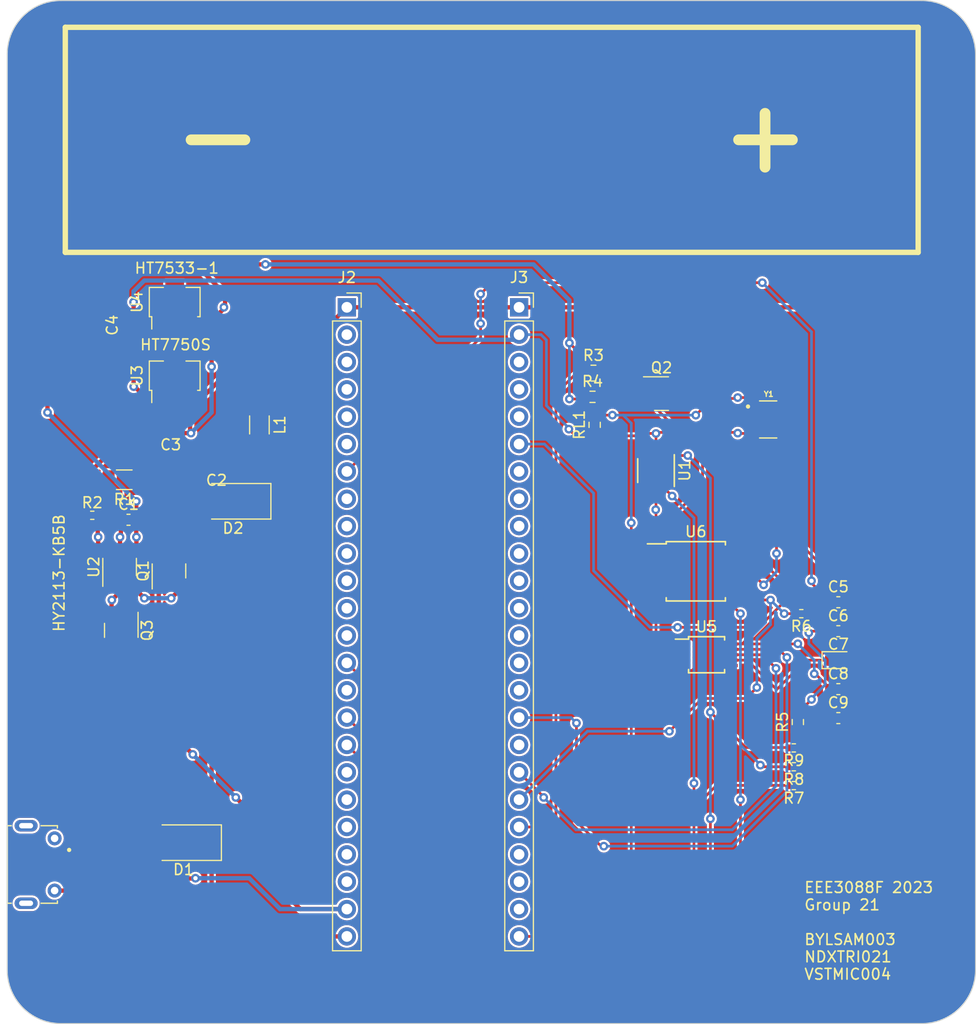
<source format=kicad_pcb>
(kicad_pcb (version 20221018) (generator pcbnew)
  (layers (0 "F.Cu" signal) (31 "B.Cu" signal) (34 "B.Paste" user) (35 "F.Paste" user) (36 "B.SilkS" user "B.Silkscreen") (37 "F.SilkS" user "F.Silkscreen") (38 "B.Mask" user) (39 "F.Mask" user) (44 "Edge.Cuts" user))
  (net 0 "")
  (net 1 "3V3 Switch")
  (net 2 "Vout - Light_Sensor")
  (net 3 "V5")
  (net 4 "VBatt-")
  (net 5 "Net-(U2-VDD)")
  (net 6 "Net-(D2-K)")
  (net 7 "Net-(U3-VOUT)")
  (net 8 "3V3")
  (net 9 "/NRST")
  (net 10 "Net-(C6-Pad1)")
  (net 11 "Net-(U5-VCC)")
  (net 12 "Net-(D1-A)")
  (net 16 "/PC13")
  (net 17 "/PC14")
  (net 18 "/PC15")
  (net 19 "/PF0")
  (net 20 "/PF1")
  (net 21 "/VSSA")
  (net 22 "/VDDA")
  (net 23 "/PA0")
  (net 24 "/PA1")
  (net 25 "/PA2")
  (net 26 "/PA3")
  (net 27 "SCL")
  (net 28 "/PA5")
  (net 29 "SDA")
  (net 30 "/PA7")
  (net 31 "/PB0")
  (net 32 "/PB1")
  (net 33 "/PB2")
  (net 34 "/PB10")
  (net 35 "/PB11")
  (net 36 "/PB9")
  (net 37 "/PB8")
  (net 38 "/BOOT0")
  (net 39 "/PB6")
  (net 40 "/PB5")
  (net 41 "/PB4")
  (net 42 "/PB3")
  (net 43 "/PA15")
  (net 44 "/PA14")
  (net 45 "/PF7")
  (net 46 "/PF6")
  (net 47 "/PA13")
  (net 48 "Rx")
  (net 49 "/PA11")
  (net 50 "Tx")
  (net 51 "/PA9")
  (net 52 "3V3 Logic")
  (net 53 "/PB15")
  (net 54 "Vcc(RHT sensor)")
  (net 55 "Vcc(Light sensor)")
  (net 56 "Net-(U3-LX)")
  (net 57 "Net-(Q1-D)")
  (net 58 "Net-(Q1-G)")
  (net 59 "Net-(Q2-G)")
  (net 60 "Net-(Q3-G)")
  (net 61 "Net-(U2-CS)")
  (net 66 "D+")
  (net 67 "D-")
  (footprint "Capacitor_SMD:C_0201_0603Metric" (layer "F.Cu") (at 115.2 90.2 180)
    (fp_text reference "C3")
    (fp_text value "10uF")
  )
  (footprint "Package_TO_SOT_SMD:SOT-23" (layer "F.Cu") (at 160.8125 86.5)
    (fp_text reference "Q2")
    (fp_text value "2N7002" hide)
  )
  (footprint "Package_TO_SOT_SMD:SOT-23-6" (layer "F.Cu") (at 110.45 102.6 90)
    (fp_text reference "U2")
    (fp_text value "HY2113-KB5B-SOT23-6")
  )
  (footprint "Capacitor_SMD:C_0201_0603Metric" (layer "F.Cu") (at 108.712 80.145 -90)
    (fp_text reference "C4")
    (fp_text value "10uF")
  )
  (footprint "Resistor_SMD:R_0402_1005Metric" (layer "F.Cu") (at 173.11 122.9 180)
    (fp_text reference "R7")
    (fp_text value "2K")
  )
  (footprint "Capacitor_SMD:C_0603_1608Metric" (layer "F.Cu") (at 177.2425 105.872)
    (fp_text reference "C5")
    (fp_text value "100nF")
  )
  (footprint "Resistor_SMD:R_1206_3216Metric" (layer "F.Cu") (at 110.883 94.5 180)
    (fp_text reference "R1")
    (fp_text value "100")
  )
  (footprint "Resistor_SMD:R_0603_1608Metric" (layer "F.Cu") (at 154.4 86.8)
    (fp_text reference "R4")
    (fp_text value "10k")
  )
  (footprint "Connector_PinSocket_2.54mm:PinSocket_1x24_P2.54mm_Vertical" (layer "F.Cu") (at 131.572 78.486)
    (fp_text reference "J2")
    (fp_text value "Conn_01x24_Socket")
  )
  (footprint "Library:SOT95P280X145-6N" (layer "F.Cu") (at 100 131 90)
    (fp_text reference "J1" hide)
    (fp_text value "USB_B_Micro")
  )
  (footprint "Capacitor_SMD:C_0603_1608Metric" (layer "F.Cu") (at 177.2425 116.632)
    (fp_text reference "C9")
    (fp_text value "100nF")
  )
  (footprint "Capacitor_SMD:C_0603_1608Metric" (layer "F.Cu") (at 177.2425 108.562)
    (fp_text reference "C6")
    (fp_text value "100nF")
  )
  (footprint "Resistor_SMD:R_0402_1005Metric" (layer "F.Cu") (at 173.11 119.4 180)
    (fp_text reference "R9")
    (fp_text value "2K")
  )
  (footprint "Resistor_SMD:R_0402_1005Metric" (layer "F.Cu") (at 107.91 97.8)
    (fp_text reference "R2")
    (fp_text value "2K")
  )
  (footprint "Capacitor_SMD:C_0603_1608Metric" (layer "F.Cu") (at 111.2775 98.216)
    (fp_text reference "C1")
    (fp_text value "100nF")
  )
  (footprint "Diode_SMD:D_SMA" (layer "F.Cu") (at 121 96.5 180)
    (fp_text reference "D2")
    (fp_text value "D_Schottky")
  )
  (footprint "Connector_PinSocket_2.54mm:PinSocket_1x24_P2.54mm_Vertical" (layer "F.Cu") (at 147.574 78.486)
    (fp_text reference "J3")
    (fp_text value "Conn_01x24_Socket")
  )
  (footprint "Library:BAT_BH-18650-W" (layer "F.Cu") (at 145.034 62.484)
    (fp_text reference "BT1" hide)
    (fp_text value "Battery_Cell" hide)
  )
  (footprint "Package_TO_SOT_SMD:SOT-89-3" (layer "F.Cu") (at 115.57 84.836 90)
    (fp_text reference "U3")
    (fp_text value "HT7550S-SOT89-3")
  )
  (footprint "Diode_SMD:D_SMA" (layer "F.Cu") (at 116.4 128.2 180)
    (fp_text reference "D1")
    (fp_text value "D_Schottky")
  )
  (footprint "Package_TO_SOT_SMD:SOT-23" (layer "F.Cu") (at 110.606 108.4855 -90)
    (fp_text reference "Q3")
    (fp_text value "2N7002" hide)
  )
  (footprint "Package_TO_SOT_SMD:SOT-23" (layer "F.Cu") (at 115.038 102.9635 90)
    (fp_text reference "Q1")
    (fp_text value "2N7002")
  )
  (footprint "Package_SO:SOIC-8W_5.3x5.3mm_P1.27mm" (layer "F.Cu") (at 164 103)
    (fp_text reference "U6")
    (fp_text value "CAT24C256")
  )
  (footprint "Package_TO_SOT_SMD:SOT-89-3" (layer "F.Cu") (at 115.57 78 90)
    (fp_text reference "U4")
    (fp_text value "HT7533-1-SOT89")
  )
  (footprint "Resistor_SMD:R_0603_1608Metric" (layer "F.Cu") (at 154.6 89.4 90)
    (fp_text reference "RL1")
    (fp_text value "10k")
  )
  (footprint "Capacitor_Tantalum_SMD:CP_EIA-1608-08_AVX-J" (layer "F.Cu") (at 177.2425 111.252)
    (fp_text reference "C7")
    (fp_text value "1uF")
  )
  (footprint "Library:CAPCAV_CKCA43-8" (layer "F.Cu") (at 170.725 88.9)
    (fp_text reference "Y1")
    (fp_text value "ALS-PDIC15-21B/TR1")
  )
  (footprint "Resistor_SMD:R_0402_1005Metric" (layer "F.Cu") (at 173.802 106.934 180)
    (fp_text reference "R6")
    (fp_text value "2K")
  )
  (footprint "Resistor_SMD:R_0402_1005Metric" (layer "F.Cu") (at 173.11 121.15 180)
    (fp_text reference "R8")
    (fp_text value "2K")
  )
  (footprint "Package_SON:Texas_PWSON-N6" (layer "F.Cu") (at 160.3 93.65 -90)
    (fp_text reference "U1")
    (fp_text value "HDC1080")
  )
  (footprint "Inductor_SMD:L_1206_3216Metric" (layer "F.Cu") (at 123.444 89.408 -90)
    (fp_text reference "L1")
    (fp_text value "10uH")
  )
  (footprint "Capacitor_SMD:C_0603_1608Metric" (layer "F.Cu") (at 177.2425 113.942)
    (fp_text reference "C8")
    (fp_text value "100nF")
  )
  (footprint "Resistor_SMD:R_0805_2012Metric" (layer "F.Cu") (at 154.4875 84.6)
    (fp_text reference "R3")
    (fp_text value "330")
  )
  (footprint "Capacitor_SMD:C_0201_0603Metric" (layer "F.Cu") (at 119.455 93.5 180)
    (fp_text reference "C2")
    (fp_text value "10uF")
  )
  (footprint "Package_SO:MSOP-10_3x3mm_P0.5mm" (layer "F.Cu") (at 165 110.75)
    (fp_text reference "U5")
    (fp_text value "CH340E")
  )
  (footprint "Resistor_SMD:R_0603_1608Metric" (layer "F.Cu") (at 173.482 117 90)
    (fp_text reference "R5")
    (fp_text value "100K")
  )
  (gr_line (start 100 55) (end 100 140) (stroke (width 0.1)) (layer "Edge.Cuts"))
  (gr_line (start 190 55) (end 190 140) (stroke (width 0.1)) (layer "Edge.Cuts"))
  (gr_arc (start 100 55) (mid 101.464466 51.464466) (end 105 50) (stroke (width 0.1)) (layer "Edge.Cuts"))
  (gr_line (start 185 145) (end 105 145) (stroke (width 0.1)) (layer "Edge.Cuts"))
  (gr_arc (start 190 140) (mid 188.535534 143.535534) (end 185 145) (stroke (width 0.1)) (layer "Edge.Cuts"))
  (gr_line (start 105 50) (end 185 50) (stroke (width 0.1)) (layer "Edge.Cuts"))
  (gr_arc (start 185 50) (mid 188.535534 51.464466) (end 190 55) (stroke (width 0.1)) (layer "Edge.Cuts"))
  (gr_arc (start 105 145) (mid 101.464466 143.535534) (end 100 140) (stroke (width 0.1)) (layer "Edge.Cuts"))
  (gr_text "EEE3088F 2023\nGroup 21\n\nBYLSAM003\nNDXTRI021\nVSTMIC004" (at 174 141) (layer "F.SilkS") (effects (font (size 1 1)) (justify left bottom)))
  (gr_text "HT7533-1\n" (at 111.76 75.438) (layer "F.SilkS") (effects (font (size 1 1)) (justify left bottom)))
  (gr_text "HY2113-KB5B" (at 105.41 108.712 90) (layer "F.SilkS") (effects (font (size 1 1)) (justify left bottom)))
  (gr_text "HT7750S" (at 112.268 82.55) (layer "F.SilkS") (effects (font (size 1 1)) (justify left bottom)))
  (segment (start 106.8 131.525) (end 117.475 131.525) (width 0.4) (layer "F.Cu") (net 1))
  (segment (start 152.82 90.42) (end 158.98 90.42) (width 0.25) (layer "F.Cu") (net 1))
  (segment (start 160.3 99.45) (end 160.3 99.568) (width 0.25) (layer "F.Cu") (net 1))
  (segment (start 111.75 83.503) (end 108.712 80.465) (width 0.4) (layer "F.Cu") (net 1))
  (segment (start 111.75 79.25) (end 112.45 79.95) (width 0.4) (layer "F.Cu") (net 1))
  (segment (start 106 99.2) (end 107.4 97.8) (width 0.4) (layer "F.Cu") (net 1))
  (segment (start 114.335 91.535) (end 116.3 93.5) (width 0.4) (layer "F.Cu") (net 1))
  (segment (start 163.25 90.1) (end 162.6 90.1) (width 0.25) (layer "F.Cu") (net 1))
  (segment (start 160.4 90.1) (end 162.6 90.1) (width 0.25) (layer "F.Cu") (net 1))
  (segment (start 107.4 97.8) (end 107.4 94.1) (width 0.4) (layer "F.Cu") (net 1))
  (segment (start 158.98 90.42) (end 159.2 90.2) (width 0.25) (layer "F.Cu") (net 1))
  (segment (start 106 107) (end 106 99.2) (width 0.4) (layer "F.Cu") (net 1))
  (segment (start 171.5 98.25) (end 164.625 91.375) (width 0.25) (layer "F.Cu") (net 1))
  (segment (start 111.75 83.6) (end 111.75 85.75) (width 0.4) (layer "F.Cu") (net 1))
  (segment (start 160.3 109.246) (end 161.804 110.75) (width 0.25) (layer "F.Cu") (net 1))
  (segment (start 167.15 90.1) (end 167.824 90.1) (width 0.25) (layer "F.Cu") (net 1))
  (segment (start 166.25 87.7) (end 166.25 89.2) (width 0.25) (layer "F.Cu") (net 1))
  (segment (start 159.2 90.2) (end 160.3 90.2) (width 0.25) (layer "F.Cu") (net 1))
  (segment (start 160.3 101.6804) (end 160.3 109.246) (width 0.25) (layer "F.Cu") (net 1))
  (segment (start 163.35 90.1) (end 163.25 90.1) (width 0.25) (layer "F.Cu") (net 1))
  (segment (start 108.423 109.423) (end 106 107) (width 0.4) (layer "F.Cu") (net 1))
  (segment (start 111.852 85.852) (end 112.786 86.786) (width 0.4) (layer "F.Cu") (net 1))
  (segment (start 121.25 124) (end 126 128.75) (width 0.4) (layer "F.Cu") (net 1))
  (segment (start 167.65 102.365) (end 168.4057 102.365) (width 0.25) (layer "F.Cu") (net 1))
  (segment (start 105.675 132.65) (end 106.8 131.525) (width 0.4) (layer "F.Cu") (net 1))
  (segment (start 164.625 95.125) (end 160.3 99.45) (width 0.25) (layer "F.Cu") (net 1))
  (segment (start 110.583 109.446) (end 110.606 109.423) (width 0.25) (layer "F.Cu") (net 1))
  (segment (start 177.955 105.872) (end 177.955 116.632) (width 0.25) (layer "F.Cu") (net 1))
  (segment (start 162.6 90.1) (end 162.525 90.1) (width 0.25) (layer "F.Cu") (net 1))
  (segment (start 112.45 79.95) (end 114.07 79.95) (width 0.4) (layer "F.Cu") (net 1))
  (segment (start 177.955 104.705) (end 171.5 98.25) (width 0.25) (layer "F.Cu") (net 1))
  (segment (start 167.894 90.17) (end 167.964 90.1) (width 0.25) (layer "F.Cu") (net 1))
  (segment (start 164.625 91.375) (end 163.35 90.1) (width 0.25) (layer "F.Cu") (net 1))
  (segment (start 167.824 90.1) (end 167.894 90.17) (width 0.25) (layer "F.Cu") (net 1))
  (segment (start 167.894 90.17) (end 167.924 90.2) (width 0.25) (layer "F.Cu") (net 1))
  (segment (start 160.3 97.308) (end 160.3 99.568) (width 0.25) (layer "F.Cu") (net 1))
  (segment (start 111.75 80.5) (end 111.75 83.6) (width 0.4) (layer "F.Cu") (net 1))
  (segment (start 159.875 87.45) (end 162.525 90.1) (width 0.25) (layer "F.Cu") (net 1))
  (segment (start 160.3 97) (end 160.3 97.256) (width 0.25) (layer "F.Cu") (net 1))
  (segment (start 167 86.95) (end 166.25 87.7) (width 0.25) (layer "F.Cu") (net 1))
  (segment (start 110.606 109.423) (end 108.423 109.423) (width 0.4) (layer "F.Cu") (net 1))
  (segment (start 167.894 86.868) (end 169.168 86.868) (width 0.25) (layer "F.Cu") (net 1))
  (segment (start 111.75 78) (end 111.75 79.25) (width 0.4) (layer "F.Cu") (net 1))
  (segment (start 160.274 97.282) (end 160.3 97.308) (width 0.25) (layer "F.Cu") (net 1))
  (segment (start 161.804 110.75) (end 162.8 110.75) (width 0.25) (layer "F.Cu") (net 1))
  (segment (start 112.45 79.95) (end 112.3 79.95) (width 0.4) (layer "F.Cu") (net 1))
  (segment (start 168 86.95) (end 167.976 86.95) (width 0.25) (layer "F.Cu") (net 1))
  (segment (start 111.75 85.75) (end 111.76 85.76) (width 0.4) (layer "F.Cu") (net 1))
  (segment (start 126 133.116) (end 127.25 134.366) (width 0.4) (layer "F.Cu") (net 1))
  (segment (start 169.168 86.868) (end 169.95 87.65) (width 0.25) (layer "F.Cu") (net 1))
  (segment (start 110.606 109.423) (end 110.606 113.356) (width 0.4) (layer "F.Cu") (net 1))
  (segment (start 160.3 97.256) (end 160.274 97.282) (width 0.25) (layer "F.Cu") (net 1))
  (segment (start 167.924 90.2) (end 171.475 90.2) (width 0.25) (layer "F.Cu") (net 1))
  (segment (start 152.2 89.8) (end 152.82 90.42) (width 0.25) (layer "F.Cu") (net 1))
  (segment (start 127.25 134.366) (end 131.572 134.366) (width 0.4) (layer "F.Cu") (net 1))
  (segment (start 166.25 89.2) (end 167.15 90.1) (width 0.25) (layer "F.Cu") (net 1))
  (segment (start 160.3 97) (end 160.3 95.05) (width 0.25) (layer "F.Cu") (net 1))
  (segment (start 160.3 99.568) (end 160.3 101.6804) (width 0.25) (layer "F.Cu") (net 1))
  (segment (start 167.894 86.868) (end 167.812 86.95) (width 0.25) (layer "F.Cu") (net 1))
  (segment (start 104.41 132.65) (end 105.675 132.65) (width 0.4) (layer "F.Cu") (net 1))
  (segment (start 168.4057 102.365) (end 170.3 104.2593) (width 0.25) (layer "F.Cu") (net 1))
  (segment (start 112.3 79.95) (end 111.75 80.5) (width 0.4) (layer "F.Cu") (net 1))
  (segment (start 111.76 85.852) (end 111.852 85.852) (width 0.4) (layer "F.Cu") (net 1))
  (segment (start 111.76 85.76) (end 111.76 85.852) (width 0.4) (layer "F.Cu") (net 1))
  (segment (start 111.33 90.17) (end 113 90.17) (width 0.4) (layer "F.Cu") (net 1))
  (segment (start 164.625 91.375) (end 164.625 95.125) (width 0.25) (layer "F.Cu") (net 1))
  (segment (start 160.3 90.2) (end 160.4 90.1) (width 0.25) (layer "F.Cu") (net 1))
  (segment (start 112.786 86.786) (end 114.07 86.786) (width 0.4) (layer "F.Cu") (net 1))
  (segment (start 117.475 131.525) (end 117.5 131.5) (width 0.25) (layer "F.Cu") (net 1))
  (segment (start 177.955 105.872) (end 177.955 104.705) (width 0.25) (layer "F.Cu") (net 1))
  (segment (start 110.606 113.356) (end 117.25 120) (width 0.4) (layer "F.Cu") (net 1))
  (segment (start 114.88 90.2) (end 113.03 90.2) (width 0.4) (layer "F.Cu") (net 1))
  (segment (start 111.75 83.6) (end 111.75 83.503) (width 0.4) (layer "F.Cu") (net 1))
  (segment (start 114.07 87.43) (end 111.15 90.35) (width 0.4) (layer "F.Cu") (net 1))
  (segment (start 167.15 90.1) (end 163.25 90.1) (width 0.25) (layer "F.Cu") (net 1))
  (segment (start 104.385 131.525) (end 106.8 131.525) (width 0.4) (layer "F.Cu") (net 1))
  (segment (start 107.4 94.1) (end 111.15 90.35) (width 0.4) (layer "F.Cu") (net 1))
  (segment (start 114.335 91.505) (end 114.335 91.535) (width 0.4) (layer "F.Cu") (net 1))
  (segment (start 111.15 90.35) (end 111.33 90.17) (width 0.4) (layer "F.Cu") (net 1))
  (segment (start 160.3 90.2) (end 160.3 92.25) (width 0.25) (layer "F.Cu") (net 1))
  (segment (start 167.976 86.95) (end 167.894 86.868) (width 0.25) (layer "F.Cu") (net 1))
  (segment (start 116.3 93.5) (end 119.135 93.5) (width 0.4) (layer "F.Cu") (net 1))
  (segment (start 171.5 101.346) (end 171.5 98.25) (width 0.25) (layer "F.Cu") (net 1))
  (segment (start 111.747 85.865) (end 111.76 85.852) (width 0.25) (layer "F.Cu") (net 1))
  (segment (start 126 128.75) (end 126 133.116) (width 0.4) (layer "F.Cu") (net 1))
  (segment (start 113 90.17) (end 114.335 91.505) (width 0.4) (layer "F.Cu") (net 1))
  (segment (start 167.812 86.95) (end 167 86.95) (width 0.25) (layer "F.Cu") (net 1))
  (segment (start 114.07 86.786) (end 114.07 87.43) (width 0.4) (layer "F.Cu") (net 1))
  (via (at 111.76 85.852) (size 0.8) (drill 0.4) (layers "F.Cu" "B.Cu") (net 1))
  (via (at 171.5 101.346) (size 0.8) (drill 0.4) (layers "F.Cu" "B.Cu") (net 1))
  (via (at 160.274 97.282) (size 0.8) (drill 0.4) (layers "F.Cu" "B.Cu") (net 1))
  (via (at 160.3 90.2) (size 0.8) (drill 0.4) (layers "F.Cu" "B.Cu") (net 1))
  (via (at 121.25 124) (size 0.8) (drill 0.4) (layers "F.Cu" "B.Cu") (net 1))
  (via (at 117.5 131.5) (size 0.8) (drill 0.4) (layers "F.Cu" "B.Cu") (net 1))
  (via (at 167.894 86.868) (size 0.8) (drill 0.4) (layers "F.Cu" "B.Cu") (net 1))
  (via (at 111.75 78) (size 0.8) (drill 0.4) (layers "F.Cu" "B.Cu") (net 1))
  (via (at 170.3 104.2593) (size 0.8) (drill 0.4) (layers "F.Cu" "B.Cu") (net 1))
  (via (at 167.894 90.17) (size 0.8) (drill 0.4) (layers "F.Cu" "B.Cu") (net 1))
  (via (at 152.2 89.8) (size 0.8) (drill 0.4) (layers "F.Cu" "B.Cu") (net 1))
  (via (at 117.25 120) (size 0.8) (drill 0.4) (layers "F.Cu" "B.Cu") (net 1))
  (segment (start 170.3 104.25) (end 170.3 104.2593) (width 0.25) (layer "B.Cu") (net 1))
  (segment (start 150.114 81.534) (end 149.606 81.026) (width 0.25) (layer "B.Cu") (net 1))
  (segment (start 140 81.5) (end 147.1 81.5) (width 0.4) (layer "B.Cu") (net 1))
  (segment (start 125.366 134.366) (end 131.572 134.366) (width 0.4) (layer "B.Cu") (net 1))
  (segment (start 171.5 101.346) (end 171.5 103.05) (width 0.25) (layer "B.Cu") (net 1))
  (segment (start 149.606 81.026) (end 147.574 81.026) (width 0.25) (layer "B.Cu") (net 1))
  (segment (start 171.5 103.05) (end 170.3 104.25) (width 0.25) (layer "B.Cu") (net 1))
  (segment (start 112.75 76) (end 134.5 76) (width 0.4) (layer "B.Cu") (net 1))
  (segment (start 111.75 78) (end 111.75 77) (width 0.4) (layer "B.Cu") (net 1))
  (segment (start 117.25 120) (end 121.25 124) (width 0.4) (layer "B.Cu") (net 1))
  (segment (start 147.1 81.5) (end 147.574 81.026) (width 0.4) (layer "B.Cu") (net 1))
  (segment (start 117.5 131.5) (end 122.5 131.5) (width 0.4) (layer "B.Cu") (net 1))
  (segment (start 134.5 76) (end 140 81.5) (width 0.4) (layer "B.Cu") (net 1))
  (segment (start 111.75 77) (end 112.75 76) (width 0.4) (layer "B.Cu") (net 1))
  (segment (start 152.2 89.8) (end 152.2 89.7) (width 0.25) (layer "B.Cu") (net 1))
  (segment (start 150.114 87.614) (end 150.114 81.534) (width 0.25) (layer "B.Cu") (net 1))
  (segment (start 152.2 89.7) (end 150.114 87.614) (width 0.25) (layer "B.Cu") (net 1))
  (segment (start 122.5 131.5) (end 125.366 134.366) (width 0.4) (layer "B.Cu") (net 1))
  (segment (start 156.25 88.5) (end 155.02 88.5) (width 0.25) (layer "F.Cu") (net 2))
  (segment (start 158 130) (end 151.094 136.906) (width 0.25) (layer "F.Cu") (net 2))
  (segment (start 171.465 86.865) (end 171.465 87.65) (width 0.25) (layer "F.Cu") (net 2))
  (segment (start 158 98.5) (end 158 130) (width 0.25) (layer "F.Cu") (net 2))
  (segment (start 164 88.5) (end 166.9 85.6) (width 0.25) (layer "F.Cu") (net 2))
  (segment (start 151.094 136.906) (end 147.574 136.906) (width 0.25) (layer "F.Cu") (net 2))
  (segment (start 166.9 85.6) (end 170.2 85.6) (width 0.25) (layer "F.Cu") (net 2))
  (segment (start 170.2 85.6) (end 171.465 86.865) (width 0.25) (layer "F.Cu") (net 2))
  (segment (start 155.02 88.5) (end 154.75 88.77) (width 0.25) (layer "F.Cu") (net 2))
  (via (at 158 98.5) (size 0.8) (drill 0.4) (layers "F.Cu" "B.Cu") (net 2))
  (via (at 156.25 88.5) (size 0.8) (drill 0.4) (layers "F.Cu" "B.Cu") (net 2))
  (via (at 164 88.5) (size 0.8) (drill 0.4) (layers "F.Cu" "B.Cu") (net 2))
  (segment (start 157.25 88.5) (end 156.25 88.5) (width 0.25) (layer "B.Cu") (net 2))
  (segment (start 157.25 88.5) (end 158 89.25) (width 0.25) (layer "B.Cu") (net 2))
  (segment (start 164 88.5) (end 157.25 88.5) (width 0.25) (layer "B.Cu") (net 2))
  (segment (start 158 91.25) (end 158 98.5) (width 0.25) (layer "B.Cu") (net 2))
  (segment (start 158 89.25) (end 158 91.25) (width 0.25) (layer "B.Cu") (net 2))
  (segment (start 173.62 117.963) (end 173.482 117.825) (width 0.25) (layer "F.Cu") (net 3))
  (segment (start 173.482 109.728) (end 173.46 109.75) (width 0.25) (layer "F.Cu") (net 3))
  (segment (start 147.574 78.486) (end 131.572 78.486) (width 0.4) (layer "F.Cu") (net 3))
  (segment (start 169.167 101.095) (end 172.436 104.364) (width 0.25) (layer "F.Cu") (net 3))
  (segment (start 119 103.75) (end 119 133.953) (width 0.4) (layer "F.Cu") (net 3))
  (segment (start 170.3 107.75) (end 168.3 109.75) (width 0.25) (layer "F.Cu") (net 3))
  (segment (start 169.846 108.204) (end 162.306 108.204) (width 0.25) (layer "F.Cu") (net 3))
  (segment (start 114.625 96.375) (end 112.75 94.5) (width 0.4) (layer "F.Cu") (net 3))
  (segment (start 119 103.75) (end 120.5 102.25) (width 0.4) (layer "F.Cu") (net 3))
  (segment (start 112.75 94.5) (end 112.3455 94.5) (width 0.4) (layer "F.Cu") (net 3))
  (segment (start 172.436 104.364) (end 172.55 104.478) (width 0.25) (layer "F.Cu") (net 3))
  (segment (start 119 133.953) (end 121.953 136.906) (width 0.4) (layer "F.Cu") (net 3))
  (segment (start 175.11 112.522) (end 176.53 113.942) (width 0.25) (layer "F.Cu") (net 3))
  (segment (start 131.572 136.906) (end 121.953 136.906) (width 0.4) (layer "F.Cu") (net 3))
  (segment (start 131.572 78.486) (end 128.25 81.808) (width 0.4) (layer "F.Cu") (net 3))
  (segment (start 186.75 64.925) (end 184.759 62.934) (width 0.25) (layer "F.Cu") (net 3))
  (segment (start 124.5 102.25) (end 120.5 102.25) (width 0.4) (layer "F.Cu") (net 3))
  (segment (start 119 96.5) (end 114.75 96.5) (width 0.4) (layer "F.Cu") (net 3))
  (segment (start 128.25 81.808) (end 128.25 98.5) (width 0.4) (layer "F.Cu") (net 3))
  (segment (start 175.006 112.522) (end 175.11 112.522) (width 0.25) (layer "F.Cu") (net 3))
  (segment (start 173.364 119.334) (end 173.43 119.4) (width 0.25) (layer "F.Cu") (net 3))
  (segment (start 173.482 117.825) (end 175.2745 117.825) (width 0.25) (layer "F.Cu") (net 3))
  (segment (start 175.2745 117.825) (end 176.4675 116.632) (width 0.25) (layer "F.Cu") (net 3))
  (segment (start 174.312 106.934) (end 174.312 106.24) (width 0.25) (layer "F.Cu") (net 3))
  (segment (start 170.3 107.75) (end 169.846 108.204) (width 0.25) (layer "F.Cu") (net 3))
  (segment (start 186.5 73.25) (end 186.5 64.675) (width 0.4) (layer "F.Cu") (net 3))
  (segment (start 186.5 64.675) (end 184.759 62.934) (width 0.4) (layer "F.Cu") (net 3))
  (segment (start 147.574 78.486) (end 181.264 78.486) (width 0.4) (layer "F.Cu") (net 3))
  (segment (start 114.625 96.375) (end 120.5 102.25) (width 0.4) (layer "F.Cu") (net 3))
  (segment (start 172.55 104.478) (end 172.55 105.5) (width 0.25) (layer "F.Cu") (net 3))
  (segment (start 176.53 116.632) (end 176.256 116.906) (width 0.25) (layer "F.Cu") (net 3))
  (segment (start 176.419 116.743) (end 176.53 116.632) (width 0.25) (layer "F.Cu") (net 3))
  (segment (start 176.53 113.942) (end 176.53 116.632) (width 0.25) (layer "F.Cu") (net 3))
  (segment (start 114.75 96.5) (end 114.625 96.375) (width 0.25) (layer "F.Cu") (net 3))
  (segment (start 168.3 109.75) (end 167.2 109.75) (width 0.25) (layer "F.Cu") (net 3))
  (segment (start 128.25 98.5) (end 124.5 102.25) (width 0.4) (layer "F.Cu") (net 3))
  (segment (start 173.46 109.75) (end 167.2 109.75) (width 0.25) (layer "F.Cu") (net 3))
  (segment (start 167.65 101.095) (end 169.167 101.095) (width 0.25) (layer "F.Cu") (net 3))
  (segment (start 174.312 106.24) (end 172.436 104.364) (width 0.25) (layer "F.Cu") (net 3))
  (segment (start 181.264 78.486) (end 186.5 73.25) (width 0.4) (layer "F.Cu") (net 3))
  (segment (start 173.62 122.9) (end 173.62 117.963) (width 0.25) (layer "F.Cu") (net 3))
  (segment (start 172.55 105.5) (end 170.3 107.75) (width 0.25) (layer "F.Cu") (net 3))
  (via (at 162.306 108.204) (size 0.8) (drill 0.4) (layers "F.Cu" "B.Cu") (net 3))
  (via (at 173.482 109.728) (size 0.8) (drill 0.4) (layers "F.Cu" "B.Cu") (net 3))
  (via (at 175.006 112.522) (size 0.8) (drill 0.4) (layers "F.Cu" "B.Cu") (net 3))
  (segment (start 147.574 91.186) (end 149.936 91.186) (width 0.25) (layer "B.Cu") (net 3))
  (segment (start 154.5 102.95) (end 159.754 108.204) (width 0.25) (layer "B.Cu") (net 3))
  (segment (start 175.006 111.252) (end 175.006 112.522) (width 0.25) (layer "B.Cu") (net 3))
  (segment (start 173.482 109.728) (end 175.006 111.252) (width 0.25) (layer "B.Cu") (net 3))
  (segment (start 159.754 108.204) (end 162.306 108.204) (width 0.25) (layer "B.Cu") (net 3))
  (segment (start 154.5 95.75) (end 154.5 102.95) (width 0.25) (layer "B.Cu") (net 3))
  (segment (start 149.936 91.186) (end 154.5 95.75) (width 0.25) (layer "B.Cu") (net 3))
  (segment (start 103.75 64.493) (end 103.75 88.25) (width 0.4) (layer "F.Cu") (net 4))
  (segment (start 115 101.988) (end 115.038 102.026) (width 0.4) (layer "F.Cu") (net 4))
  (segment (start 112 98.226) (end 111.99 98.216) (width 0.4) (layer "F.Cu") (net 4))
  (segment (start 112.014 100.711) (end 111.4 101.325) (width 0.4) (layer "F.Cu") (net 4))
  (segment (start 112.014 99.822) (end 112.014 100.711) (width 0.4) (layer "F.Cu") (net 4))
  (segment (start 115 100) (end 115 101.988) (width 0.4) (layer "F.Cu") (net 4))
  (segment (start 112 99.75) (end 112 98.226) (width 0.4) (layer "F.Cu") (net 4))
  (segment (start 105.309 62.934) (end 103.75 64.493) (width 0.4) (layer "F.Cu") (net 4))
  (segment (start 112 96.5) (end 112 98.206) (width 0.4) (layer "F.Cu") (net 4))
  (segment (start 112.014 99.736) (end 112 99.75) (width 0.4) (layer "F.Cu") (net 4))
  (segment (start 113.216 98.216) (end 115 100) (width 0.4) (layer "F.Cu") (net 4))
  (segment (start 111.928 99.822) (end 112.014 99.822) (width 0.4) (layer "F.Cu") (net 4))
  (segment (start 112 98.206) (end 111.99 98.216) (width 0.4) (layer "F.Cu") (net 4))
  (segment (start 112.014 99.822) (end 112.014 99.736) (width 0.4) (layer "F.Cu") (net 4))
  (segment (start 111.99 98.216) (end 113.216 98.216) (width 0.4) (layer "F.Cu") (net 4))
  (via (at 112.014 99.822) (size 0.8) (drill 0.4) (layers "F.Cu" "B.Cu") (net 4))
  (via (at 103.75 88.25) (size 0.8) (drill 0.4) (layers "F.Cu" "B.Cu") (net 4))
  (via (at 112 96.5) (size 0.8) (drill 0.4) (layers "F.Cu" "B.Cu") (net 4))
  (segment (start 103.75 88.25) (end 112 96.5) (width 0.4) (layer "B.Cu") (net 4))
  (segment (start 110.49 99.822) (end 110.49 101.285) (width 0.4) (layer "F.Cu") (net 5))
  (segment (start 110.49 99.822) (end 110.428 99.822) (width 0.4) (layer "F.Cu") (net 5))
  (segment (start 110.565 99.685) (end 110.49 99.76) (width 0.4) (layer "F.Cu") (net 5))
  (segment (start 110.565 98.216) (end 110.565 99.685) (width 0.4) (layer "F.Cu") (net 5))
  (segment (start 110.49 99.76) (end 110.49 99.822) (width 0.4) (layer "F.Cu") (net 5))
  (segment (start 110.5025 95.582) (end 109.4205 94.5) (width 0.4) (layer "F.Cu") (net 5))
  (segment (start 110.563 98.214) (end 110.565 98.216) (width 0.4) (layer "F.Cu") (net 5))
  (segment (start 110.5025 98.216) (end 110.5025 95.582) (width 0.4) (layer "F.Cu") (net 5))
  (via (at 110.49 99.822) (size 0.8) (drill 0.4) (layers "F.Cu" "B.Cu") (net 5))
  (segment (start 126 95.4) (end 126 94.4) (width 0.4) (layer "F.Cu") (net 6))
  (segment (start 125.1 93.5) (end 119.775 93.5) (width 0.4) (layer "F.Cu") (net 6))
  (segment (start 123.444 91.844) (end 123.444 90.983) (width 0.4) (layer "F.Cu") (net 6))
  (segment (start 125.1 93.5) (end 123.444 91.844) (width 0.4) (layer "F.Cu") (net 6))
  (segment (start 123 96.5) (end 124.9 96.5) (width 0.4) (layer "F.Cu") (net 6))
  (segment (start 126 94.4) (end 125.1 93.5) (width 0.4) (layer "F.Cu") (net 6))
  (segment (start 124.9 96.5) (end 126 95.4) (width 0.4) (layer "F.Cu") (net 6))
  (segment (start 118 82) (end 116.5 82) (width 0.4) (layer "F.Cu") (net 7))
  (segment (start 117 90.09) (end 117 89) (width 0.4) (layer "F.Cu") (net 7))
  (segment (start 115.57 81.07) (end 115.57 79.8625) (width 0.4) (layer "F.Cu") (net 7))
  (segment (start 117.08 90.17) (end 117 90.09) (width 0.4) (layer "F.Cu") (net 7))
  (segment (start 115.57 87.57) (end 115.57 86.6985) (width 0.4) (layer "F.Cu") (net 7))
  (segment (start 119 83) (end 118 82) (width 0.4) (layer "F.Cu") (net 7))
  (segment (start 117 89) (end 115.57 87.57) (width 0.4) (layer "F.Cu") (net 7))
  (segment (start 119 84) (end 119 83) (width 0.4) (layer "F.Cu") (net 7))
  (segment (start 117.08 90.17) (end 115.55 90.17) (width 0.4) (layer "F.Cu") (net 7))
  (segment (start 116.5 82) (end 115.57 81.07) (width 0.4) (layer "F.Cu") (net 7))
  (via (at 117.08 90.17) (size 0.8) (drill 0.4) (layers "F.Cu" "B.Cu") (net 7))
  (via (at 119 84) (size 0.8) (drill 0.4) (layers "F.Cu" "B.Cu") (net 7))
  (segment (start 117.08 90.17) (end 119 88.25) (width 0.4) (layer "B.Cu") (net 7))
  (segment (start 119 88.25) (end 119 84) (width 0.4) (layer "B.Cu") (net 7))
  (segment (start 120.25 77.25) (end 120.25 78.5) (width 0.4) (layer "F.Cu") (net 8))
  (segment (start 117.5 74.5) (end 120.25 77.25) (width 0.4) (layer "F.Cu") (net 8))
  (segment (start 124 74.5) (end 113 74.5) (width 0.4) (layer "F.Cu") (net 8))
  (segment (start 152.25 81.8) (end 153.45 83) (width 0.25) (layer "F.Cu") (net 8))
  (segment (start 120.142 78.608) (end 118.8 79.95) (width 0.4) (layer "F.Cu") (net 8))
  (segment (start 120.142 78.486) (end 120.142 78.608) (width 0.4) (layer "F.Cu") (net 8))
  (segment (start 120.25 78.5) (end 120.264 78.486) (width 0.4) (layer "F.Cu") (net 8))
  (segment (start 153.375 87) (end 153.575 86.8) (width 0.25) (layer "F.Cu") (net 8))
  (segment (start 152.25 87) (end 153.375 87) (width 0.25) (layer "F.Cu") (net 8))
  (segment (start 108.712 78.788) (end 108.712 79.825) (width 0.4) (layer "F.Cu") (net 8))
  (segment (start 120.264 78.486) (end 120.142 78.486) (width 0.4) (layer "F.Cu") (net 8))
  (segment (start 113 74.5) (end 108.712 78.788) (width 0.4) (layer "F.Cu") (net 8))
  (segment (start 160.75 83) (end 161.75 84) (width 0.25) (layer "F.Cu") (net 8))
  (segment (start 118.8 79.95) (end 117.07 79.95) (width 0.4) (layer "F.Cu") (net 8))
  (segment (start 161.75 84) (end 161.75 86.5) (width 0.25) (layer "F.Cu") (net 8))
  (segment (start 153.45 83) (end 160.75 83) (width 0.25) (layer "F.Cu") (net 8))
  (via (at 120.142 78.486) (size 0.8) (drill 0.4) (layers "F.Cu" "B.Cu") (net 8))
  (via (at 152.25 87) (size 0.8) (drill 0.4) (layers "F.Cu" "B.Cu") (net 8))
  (via (at 152.25 81.8) (size 0.8) (drill 0.4) (layers "F.Cu" "B.Cu") (net 8))
  (via (at 124 74.5) (size 0.8) (drill 0.4) (layers "F.Cu" "B.Cu") (net 8))
  (segment (start 152.25 81.8) (end 152.25 77.828) (width 0.4) (layer "B.Cu") (net 8))
  (segment (start 152.25 77.828) (end 148.922 74.5) (width 0.4) (layer "B.Cu") (net 8))
  (segment (start 148.922 74.5) (end 124 74.5) (width 0.4) (layer "B.Cu") (net 8))
  (segment (start 152.25 87) (end 152.25 81.8) (width 0.25) (layer "B.Cu") (net 8))
  (segment (start 144 81.298) (end 144 80) (width 0.25) (layer "F.Cu") (net 9))
  (segment (start 174.752 104.094) (end 174.752 103.886) (width 0.25) (layer "F.Cu") (net 9))
  (segment (start 131.572 93.726) (end 144 81.298) (width 0.25) (layer "F.Cu") (net 9))
  (segment (start 145.05 76.2) (end 170.18 76.2) (width 0.25) (layer "F.Cu") (net 9))
  (segment (start 176.53 105.872) (end 174.752 104.094) (width 0.25) (layer "F.Cu") (net 9))
  (segment (start 144 77.25) (end 145.05 76.2) (width 0.25) (layer "F.Cu") (net 9))
  (via (at 144 77.25) (size 0.8) (drill 0.4) (layers "F.Cu" "B.Cu") (net 9))
  (via (at 170.18 76.2) (size 0.8) (drill 0.4) (layers "F.Cu" "B.Cu") (net 9))
  (via (at 144 80) (size 0.8) (drill 0.4) (layers "F.Cu" "B.Cu") (net 9))
  (via (at 174.752 103.886) (size 0.8) (drill 0.4) (layers "F.Cu" "B.Cu") (net 9))
  (segment (start 170.18 76.2) (end 174.752 80.772) (width 0.25) (layer "B.Cu") (net 9))
  (segment (start 174.752 80.772) (end 174.752 103.886) (width 0.25) (layer "B.Cu") (net 9))
  (segment (start 144 77.25) (end 144 80) (width 0.25) (layer "B.Cu") (net 9))
  (segment (start 176.53 108.562) (end 174.648 108.562) (width 0.25) (layer "F.Cu") (net 10))
  (segment (start 174.752 114.905) (end 173.482 116.175) (width 0.25) (layer "F.Cu") (net 10))
  (segment (start 174.752 114.899) (end 174.752 114.905) (width 0.25) (layer "F.Cu") (net 10))
  (segment (start 174.648 108.562) (end 174.498 108.712) (width 0.25) (layer "F.Cu") (net 10))
  (segment (start 174.752 114.899) (end 174.686 114.899) (width 0.25) (layer "F.Cu") (net 10))
  (via (at 174.498 108.712) (size 0.8) (drill 0.4) (layers "F.Cu" "B.Cu") (net 10))
  (via (at 174.752 114.899) (size 0.8) (drill 0.4) (layers "F.Cu" "B.Cu") (net 10))
  (segment (start 176.022 113.538) (end 176.022 111.252) (width 0.25) (layer "B.Cu") (net 10))
  (segment (start 176.022 111.252) (end 174.498 109.728) (width 0.25) (layer "B.Cu") (net 10))
  (segment (start 174.498 115.062) (end 176.022 113.538) (width 0.25) (layer "B.Cu") (net 10))
  (segment (start 174.498 109.728) (end 174.498 108.712) (width 0.25) (layer "B.Cu") (net 10))
  (segment (start 174.244 111.252) (end 176.53 111.252) (width 0.25) (layer "F.Cu") (net 11))
  (segment (start 168.781 111.25) (end 171.5135 113.9825) (width 0.25) (layer "F.Cu") (net 11))
  (segment (start 171.5135 113.9825) (end 174.244 111.252) (width 0.25) (layer "F.Cu") (net 11))
  (segment (start 167.2 111.25) (end 168.781 111.25) (width 0.25) (layer "F.Cu") (net 11))
  (segment (start 109.4 128.2) (end 108.675 128.925) (width 0.4) (layer "F.Cu") (net 12))
  (segment (start 115 128.2) (end 109.4 128.2) (width 0.4) (layer "F.Cu") (net 12))
  (segment (start 108.675 128.925) (end 104.385 128.925) (width 0.4) (layer "F.Cu") (net 12))
  (segment (start 163.83 124.968) (end 163.83 136.398) (width 0.25) (layer "F.Cu") (net 27))
  (segment (start 137.414 117.348) (end 131.572 111.506) (width 0.25) (layer "F.Cu") (net 27))
  (segment (start 160.274 139.954) (end 139.446 139.954) (width 0.25) (layer "F.Cu") (net 27))
  (segment (start 161.25 95.464) (end 161.798 96.012) (width 0.25) (layer "F.Cu") (net 27))
  (segment (start 161.25 95.05) (end 161.25 95.464) (width 0.25) (layer "F.Cu") (net 27))
  (segment (start 163.83 136.398) (end 160.274 139.954) (width 0.25) (layer "F.Cu") (net 27))
  (segment (start 172.58 122.88) (end 165.918 122.88) (width 0.25) (layer "F.Cu") (net 27))
  (segment (start 165.918 122.88) (end 163.83 124.968) (width 0.25) (layer "F.Cu") (net 27))
  (segment (start 163.83 122.682) (end 163.83 124.968) (width 0.25) (layer "F.Cu") (net 27))
  (segment (start 139.446 139.954) (end 137.414 137.922) (width 0.25) (layer "F.Cu") (net 27))
  (segment (start 137.414 137.922) (end 137.414 117.348) (width 0.25) (layer "F.Cu") (net 27))
  (segment (start 172.6 122.9) (end 172.58 122.88) (width 0.25) (layer "F.Cu") (net 27))
  (via (at 161.798 96.012) (size 0.8) (drill 0.4) (layers "F.Cu" "B.Cu") (net 27))
  (via (at 163.83 122.682) (size 0.8) (drill 0.4) (layers "F.Cu" "B.Cu") (net 27))
  (segment (start 163.83 98.044) (end 161.798 96.012) (width 0.25) (layer "B.Cu") (net 27))
  (segment (start 163.83 122.682) (end 163.83 98.044) (width 0.25) (layer "B.Cu") (net 27))
  (segment (start 136.144 138.43) (end 136.144 121.158) (width 0.25) (layer "F.Cu") (net 29))
  (segment (start 138.684 140.97) (end 136.144 138.43) (width 0.25) (layer "F.Cu") (net 29))
  (segment (start 161.036 140.97) (end 138.684 140.97) (width 0.25) (layer "F.Cu") (net 29))
  (segment (start 136.144 121.158) (end 131.572 116.586) (width 0.25) (layer "F.Cu") (net 29))
  (segment (start 168.656 119.38) (end 168.638 119.362) (width 0.25) (layer "F.Cu") (net 29))
  (segment (start 172.562 119.362) (end 168.638 119.362) (width 0.25) (layer "F.Cu") (net 29))
  (segment (start 165.354 125.984) (end 165.354 136.652) (width 0.25) (layer "F.Cu") (net 29))
  (segment (start 168.638 119.362) (end 165.354 116.078) (width 0.25) (layer "F.Cu") (net 29))
  (segment (start 165.354 136.652) (end 161.036 140.97) (width 0.25) (layer "F.Cu") (net 29))
  (segment (start 172.6 119.4) (end 172.562 119.362) (width 0.25) (layer "F.Cu") (net 29))
  (segment (start 161.25 92.25) (end 163.25 92.25) (width 0.25) (layer "F.Cu") (net 29))
  (via (at 165.354 125.984) (size 0.8) (drill 0.4) (layers "F.Cu" "B.Cu") (net 29))
  (via (at 163.25 92.25) (size 0.8) (drill 0.4) (layers "F.Cu" "B.Cu") (net 29))
  (via (at 165.354 116.078) (size 0.8) (drill 0.4) (layers "F.Cu" "B.Cu") (net 29))
  (segment (start 165.354 116.078) (end 165.354 125.984) (width 0.25) (layer "B.Cu") (net 29))
  (segment (start 165.354 116.078) (end 165.354 94.354) (width 0.25) (layer "B.Cu") (net 29))
  (segment (start 165.354 94.354) (end 163.25 92.25) (width 0.25) (layer "B.Cu") (net 29))
  (segment (start 161.544 141.986) (end 137.668 141.986) (width 0.25) (layer "F.Cu") (net 30))
  (segment (start 134.5 122.054) (end 131.572 119.126) (width 0.25) (layer "F.Cu") (net 30))
  (segment (start 168.148 135.382) (end 161.544 141.986) (width 0.25) (layer "F.Cu") (net 30))
  (segment (start 134.5 138.818) (end 137.668 141.986) (width 0.25) (layer "F.Cu") (net 30))
  (segment (start 168.148 124.206) (end 168.148 135.382) (width 0.25) (layer "F.Cu") (net 30))
  (segment (start 172.6 121.15) (end 170.15 121.15) (width 0.25) (layer "F.Cu") (net 30))
  (segment (start 170.15 121.15) (end 170 121) (width 0.25) (layer "F.Cu") (net 30))
  (segment (start 134.5 122.054) (end 134.5 138.818) (width 0.25) (layer "F.Cu") (net 30))
  (segment (start 167.65 106.436) (end 168.148 106.934) (width 0.25) (layer "F.Cu") (net 30))
  (segment (start 167.65 104.905) (end 167.65 106.436) (width 0.25) (layer "F.Cu") (net 30))
  (via (at 170 121) (size 0.8) (drill 0.4) (layers "F.Cu" "B.Cu") (net 30))
  (via (at 168.148 124.206) (size 0.8) (drill 0.4) (layers "F.Cu" "B.Cu") (net 30))
  (via (at 168.148 106.934) (size 0.8) (drill 0.4) (layers "F.Cu" "B.Cu") (net 30))
  (segment (start 170 121) (end 170 120.978) (width 0.25) (layer "B.Cu") (net 30))
  (segment (start 170 120.978) (end 168.148 119.126) (width 0.25) (layer "B.Cu") (net 30))
  (segment (start 168.148 119.126) (end 168.148 106.934) (width 0.25) (layer "B.Cu") (net 30))
  (segment (start 168.148 119.126) (end 168.148 124.206) (width 0.25) (layer "B.Cu") (net 30))
  (segment (start 155.194 128.524) (end 155.448 128.524) (width 0.25) (layer "F.Cu") (net 48))
  (segment (start 152.908 117.094) (end 152.908 126.238) (width 0.25) (layer "F.Cu") (net 48))
  (segment (start 171.718 110.25) (end 167.2 110.25) (width 0.25) (layer "F.Cu") (net 48))
  (segment (start 172.466 110.998) (end 171.718 110.25) (width 0.25) (layer "F.Cu") (net 48))
  (segment (start 152.908 126.238) (end 155.194 128.524) (width 0.25) (layer "F.Cu") (net 48))
  (via (at 172.466 110.998) (size 0.8) (drill 0.4) (layers "F.Cu" "B.Cu") (net 48))
  (via (at 155.448 128.524) (size 0.8) (drill 0.4) (layers "F.Cu" "B.Cu") (net 48))
  (via (at 152.908 117.094) (size 0.8) (drill 0.4) (layers "F.Cu" "B.Cu") (net 48))
  (segment (start 152.908 117.094) (end 152.4 116.586) (width 0.25) (layer "B.Cu") (net 48))
  (segment (start 167.386 128.524) (end 172.466 123.444) (width 0.25) (layer "B.Cu") (net 48))
  (segment (start 172.466 123.444) (end 172.466 110.998) (width 0.25) (layer "B.Cu") (net 48))
  (segment (start 155.448 128.524) (end 167.386 128.524) (width 0.25) (layer "B.Cu") (net 48))
  (segment (start 152.4 116.586) (end 147.574 116.586) (width 0.25) (layer "B.Cu") (net 48))
  (segment (start 149.86 124) (end 149.86 123.952) (width 0.25) (layer "F.Cu") (net 50))
  (segment (start 171.45 112.014) (end 170.186 110.75) (width 0.25) (layer "F.Cu") (net 50))
  (segment (start 170.186 110.75) (end 167.2 110.75) (width 0.25) (layer "F.Cu") (net 50))
  (segment (start 149.86 123.952) (end 147.574 121.666) (width 0.25) (layer "F.Cu") (net 50))
  (via (at 171.45 112.014) (size 0.8) (drill 0.4) (layers "F.Cu" "B.Cu") (net 50))
  (via (at 149.86 124) (size 0.8) (drill 0.4) (layers "F.Cu" "B.Cu") (net 50))
  (segment (start 171.45 122.936) (end 171.45 112.014) (width 0.25) (layer "B.Cu") (net 50))
  (segment (start 149.86 124) (end 152.86 127) (width 0.25) (layer "B.Cu") (net 50))
  (segment (start 152.86 127) (end 167.386 127) (width 0.25) (layer "B.Cu") (net 50))
  (segment (start 167.386 127) (end 171.45 122.936) (width 0.25) (layer "B.Cu") (net 50))
  (segment (start 167.65 103.635) (end 168.635 103.635) (width 0.25) (layer "F.Cu") (net 51))
  (segment (start 167.9456 103.5348) (end 167.9912 103.5348) (width 0.25) (layer "F.Cu") (net 51))
  (segment (start 168.656 114.808) (end 169.672 113.792) (width 0.25) (layer "F.Cu") (net 51))
  (segment (start 168.635 103.635) (end 169 104) (width 0.25) (layer "F.Cu") (net 51))
  (segment (start 161.544 117.856) (end 164.592 114.808) (width 0.25) (layer "F.Cu") (net 51))
  (segment (start 169 105) (end 169.664 105.664) (width 0.25) (layer "F.Cu") (net 51))
  (segment (start 172.212 106.934) (end 173.482 106.934) (width 0.25) (layer "F.Cu") (net 51))
  (segment (start 169.664 105.664) (end 170.942 105.664) (width 0.25) (layer "F.Cu") (net 51))
  (segment (start 169 104) (end 169 105) (width 0.25) (layer "F.Cu") (net 51))
  (segment (start 164.592 114.808) (end 168.656 114.808) (width 0.25) (layer "F.Cu") (net 51))
  (via (at 172.212 106.934) (size 0.8) (drill 0.4) (layers "F.Cu" "B.Cu") (net 51))
  (via (at 169.672 113.792) (size 0.8) (drill 0.4) (layers "F.Cu" "B.Cu") (net 51))
  (via (at 170.942 105.664) (size 0.8) (drill 0.4) (layers "F.Cu" "B.Cu") (net 51))
  (via (at 161.544 117.856) (size 0.8) (drill 0.4) (layers "F.Cu" "B.Cu") (net 51))
  (segment (start 169.672 113.792) (end 169.672 109.22) (width 0.25) (layer "B.Cu") (net 51))
  (segment (start 169.672 109.22) (end 170.942 107.95) (width 0.25) (layer "B.Cu") (net 51))
  (segment (start 161.544 117.856) (end 153.924 117.856) (width 0.25) (layer "B.Cu") (net 51))
  (segment (start 170.942 107.95) (end 170.942 105.664) (width 0.25) (layer "B.Cu") (net 51))
  (segment (start 170.942 105.664) (end 172.212 106.934) (width 0.25) (layer "B.Cu") (net 51))
  (segment (start 153.924 117.856) (end 147.574 124.206) (width 0.25) (layer "B.Cu") (net 51))
  (segment (start 153.575 84.6) (end 152.9 84.6) (width 0.25) (layer "F.Cu") (net 52))
  (segment (start 149.996 126.746) (end 147.574 126.746) (width 0.25) (layer "F.Cu") (net 52))
  (segment (start 152.9 84.6) (end 151 86.5) (width 0.25) (layer "F.Cu") (net 52))
  (segment (start 151 125.75) (end 150 126.75) (width 0.25) (layer "F.Cu") (net 52))
  (segment (start 151 86.5) (end 151 125.75) (width 0.25) (layer "F.Cu") (net 52))
  (segment (start 150 126.75) (end 149.996 126.746) (width 0.25) (layer "F.Cu") (net 52))
  (segment (start 118.214 86.786) (end 117.07 86.786) (width 0.4) (layer "F.Cu") (net 56))
  (segment (start 123.444 85.444) (end 123 85) (width 0.4) (layer "F.Cu") (net 56))
  (segment (start 120 85) (end 118.214 86.786) (width 0.4) (layer "F.Cu") (net 56))
  (segment (start 123.444 87.833) (end 123.444 85.444) (width 0.4) (layer "F.Cu") (net 56))
  (segment (start 123 85) (end 120 85) (width 0.4) (layer "F.Cu") (net 56))
  (segment (start 112.702 107.548) (end 111.556 107.548) (width 0.4) (layer "F.Cu") (net 57))
  (segment (start 111.5 107.492) (end 111.556 107.548) (width 0.25) (layer "F.Cu") (net 57))
  (segment (start 114.088 103.901) (end 114.088 106.162) (width 0.4) (layer "F.Cu") (net 57))
  (segment (start 114.088 106.162) (end 112.702 107.548) (width 0.4) (layer "F.Cu") (net 57))
  (segment (start 115.988 104.762) (end 115.988 103.901) (width 0.4) (layer "F.Cu") (net 58))
  (segment (start 111.4 103.7375) (end 111.4 104.15) (width 0.4) (layer "F.Cu") (net 58))
  (segment (start 115.25 105.5) (end 115.988 104.762) (width 0.4) (layer "F.Cu") (net 58))
  (segment (start 111.4 104.15) (end 112.75 105.5) (width 0.4) (layer "F.Cu") (net 58))
  (segment (start 112.75 105.5) (end 112.602 105.5) (width 0.4) (layer "F.Cu") (net 58))
  (via (at 115.25 105.5) (size 0.8) (drill 0.4) (layers "F.Cu" "B.Cu") (net 58))
  (via (at 112.75 105.5) (size 0.8) (drill 0.4) (layers "F.Cu" "B.Cu") (net 58))
  (segment (start 112.75 105.5) (end 115.25 105.5) (width 0.4) (layer "B.Cu") (net 58))
  (segment (start 160.325 85.5) (end 160.375 85.55) (width 0.25) (layer "F.Cu") (net 59))
  (segment (start 158 85.5) (end 159.825 85.5) (width 0.25) (layer "F.Cu") (net 59))
  (segment (start 156.3 85.5) (end 155.4 84.6) (width 0.25) (layer "F.Cu") (net 59))
  (segment (start 159.825 85.5) (end 159.875 85.55) (width 0.25) (layer "F.Cu") (net 59))
  (segment (start 155.225 86.8) (end 156.7 86.8) (width 0.25) (layer "F.Cu") (net 59))
  (segment (start 157 85.5) (end 156.3 85.5) (width 0.25) (layer "F.Cu") (net 59))
  (segment (start 157 85.5) (end 158 85.5) (width 0.25) (layer "F.Cu") (net 59))
  (segment (start 156.7 86.8) (end 158 85.5) (width 0.25) (layer "F.Cu") (net 59))
  (segment (start 109.728 105.664) (end 109.704 105.688) (width 0.4) (layer "F.Cu") (net 60))
  (segment (start 109.704 105.688) (end 109.704 106.804) (width 0.4) (layer "F.Cu") (net 60))
  (segment (start 110.45 103.7375) (end 110.45 104.942) (width 0.4) (layer "F.Cu") (net 60))
  (segment (start 109.704 107.5) (end 109.656 107.548) (width 0.25) (layer "F.Cu") (net 60))
  (segment (start 110.45 104.942) (end 109.728 105.664) (width 0.4) (layer "F.Cu") (net 60))
  (segment (start 109.704 105.64) (end 109.728 105.664) (width 0.4) (layer "F.Cu") (net 60))
  (via (at 109.728 105.664) (size 0.8) (drill 0.4) (layers "F.Cu" "B.Cu") (net 60))
  (segment (start 108.434 99.798) (end 108.458 99.822) (width 0.4) (layer "F.Cu") (net 61))
  (segment (start 108.42 97.8) (end 108.42 99.784) (width 0.4) (layer "F.Cu") (net 61))
  (segment (start 108.458 99.822) (end 108.458 100.4205) (width 0.4) (layer "F.Cu") (net 61))
  (segment (start 108.458 99.822) (end 108.434 99.846) (width 0.4) (layer "F.Cu") (net 61))
  (segment (start 108.458 100.4205) (end 109.5 101.4625) (width 0.4) (layer "F.Cu") (net 61))
  (via (at 108.458 99.822) (size 0.8) (drill 0.4) (layers "F.Cu" "B.Cu") (net 61))
  (zone (net 0) (net_name "") (layers "F&B.Cu") (connect_pads (clearance 0)) (min_thickness 0.25) (fill yes (thermal_gap 0.5) (thermal_bridge_width 0.5) (island_removal_mode 1) (island_area_min 10))
    (polygon (pts (xy 100 50) (xy 190 50) (xy 190 145) (xy 100 145)))
  )
)
</source>
